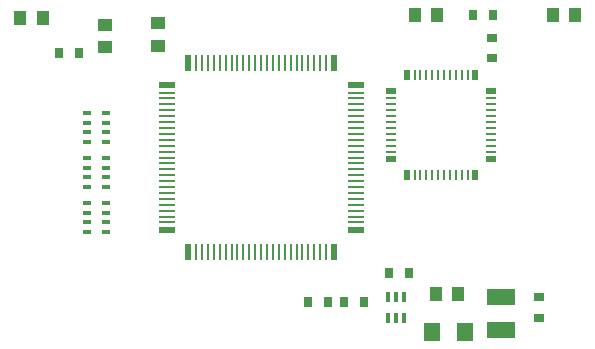
<source format=gtp>
G75*
%MOIN*%
%OFA0B0*%
%FSLAX25Y25*%
%IPPOS*%
%LPD*%
%AMOC8*
5,1,8,0,0,1.08239X$1,22.5*
%
%ADD10R,0.04118X0.04906*%
%ADD11R,0.05299X0.06087*%
%ADD12R,0.09630X0.05299*%
%ADD13R,0.04906X0.04118*%
%ADD14R,0.03150X0.03543*%
%ADD15R,0.03543X0.03150*%
%ADD16R,0.03150X0.01575*%
%ADD17R,0.05402X0.02016*%
%ADD18R,0.05654X0.01008*%
%ADD19R,0.02016X0.05402*%
%ADD20R,0.01008X0.05654*%
%ADD21R,0.03465X0.01890*%
%ADD22R,0.03701X0.00945*%
%ADD23R,0.01890X0.03465*%
%ADD24R,0.00945X0.03701*%
%ADD25R,0.01260X0.03819*%
D10*
X0146760Y0026050D03*
X0154240Y0026050D03*
X0015740Y0118050D03*
X0008260Y0118050D03*
X0139760Y0119050D03*
X0147240Y0119050D03*
X0185760Y0119050D03*
X0193240Y0119050D03*
D11*
X0156512Y0013550D03*
X0145488Y0013550D03*
D12*
X0168500Y0014038D03*
X0168500Y0025062D03*
D13*
X0054000Y0108810D03*
X0054000Y0116290D03*
X0036500Y0115790D03*
X0036500Y0108310D03*
D14*
X0027846Y0106550D03*
X0021154Y0106550D03*
X0131154Y0033050D03*
X0137846Y0033050D03*
X0122846Y0023550D03*
X0116154Y0023550D03*
X0110846Y0023550D03*
X0104154Y0023550D03*
X0159154Y0119050D03*
X0165846Y0119050D03*
D15*
X0165500Y0111396D03*
X0165500Y0104704D03*
X0181000Y0024896D03*
X0181000Y0018204D03*
D16*
X0036650Y0046826D03*
X0036650Y0049975D03*
X0036650Y0053125D03*
X0036650Y0056274D03*
X0036650Y0061826D03*
X0036650Y0064975D03*
X0036650Y0068125D03*
X0036650Y0071274D03*
X0036650Y0076826D03*
X0036650Y0079975D03*
X0036650Y0083125D03*
X0036650Y0086274D03*
X0030350Y0086274D03*
X0030350Y0083125D03*
X0030350Y0079975D03*
X0030350Y0076826D03*
X0030350Y0071274D03*
X0030350Y0068125D03*
X0030350Y0064975D03*
X0030350Y0061826D03*
X0030350Y0056274D03*
X0030350Y0053125D03*
X0030350Y0049975D03*
X0030350Y0046826D03*
D17*
X0057004Y0047298D03*
X0119996Y0047298D03*
X0119996Y0095802D03*
X0057004Y0095802D03*
D18*
X0057004Y0093204D03*
X0057004Y0091235D03*
X0057004Y0089267D03*
X0057004Y0087298D03*
X0057004Y0085330D03*
X0057004Y0083361D03*
X0057004Y0081393D03*
X0057004Y0079424D03*
X0057004Y0077456D03*
X0057004Y0075487D03*
X0057004Y0073519D03*
X0057004Y0071550D03*
X0057004Y0069581D03*
X0057004Y0067613D03*
X0057004Y0065644D03*
X0057004Y0063676D03*
X0057004Y0061707D03*
X0057004Y0059739D03*
X0057004Y0057770D03*
X0057004Y0055802D03*
X0057004Y0053833D03*
X0057004Y0051865D03*
X0057004Y0049896D03*
X0119996Y0049896D03*
X0119996Y0051865D03*
X0119996Y0053833D03*
X0119996Y0055802D03*
X0119996Y0057770D03*
X0119996Y0059739D03*
X0119996Y0061707D03*
X0119996Y0063676D03*
X0119996Y0065644D03*
X0119996Y0067613D03*
X0119996Y0069581D03*
X0119996Y0071550D03*
X0119996Y0073519D03*
X0119996Y0075487D03*
X0119996Y0077456D03*
X0119996Y0079424D03*
X0119996Y0081393D03*
X0119996Y0083361D03*
X0119996Y0085330D03*
X0119996Y0087298D03*
X0119996Y0089267D03*
X0119996Y0091235D03*
X0119996Y0093204D03*
D19*
X0064248Y0040054D03*
X0112752Y0040054D03*
X0112752Y0103046D03*
X0064248Y0103046D03*
D20*
X0066846Y0103046D03*
X0068815Y0103046D03*
X0070783Y0103046D03*
X0072752Y0103046D03*
X0074720Y0103046D03*
X0076689Y0103046D03*
X0078657Y0103046D03*
X0080626Y0103046D03*
X0082594Y0103046D03*
X0084563Y0103046D03*
X0086531Y0103046D03*
X0088500Y0103046D03*
X0090469Y0103046D03*
X0092437Y0103046D03*
X0094406Y0103046D03*
X0096374Y0103046D03*
X0098343Y0103046D03*
X0100311Y0103046D03*
X0102280Y0103046D03*
X0104248Y0103046D03*
X0106217Y0103046D03*
X0108185Y0103046D03*
X0110154Y0103046D03*
X0110154Y0040054D03*
X0108185Y0040054D03*
X0106217Y0040054D03*
X0104248Y0040054D03*
X0102280Y0040054D03*
X0100311Y0040054D03*
X0098343Y0040054D03*
X0096374Y0040054D03*
X0094406Y0040054D03*
X0092437Y0040054D03*
X0090469Y0040054D03*
X0088500Y0040054D03*
X0086531Y0040054D03*
X0084563Y0040054D03*
X0082594Y0040054D03*
X0080626Y0040054D03*
X0078657Y0040054D03*
X0076689Y0040054D03*
X0074720Y0040054D03*
X0072752Y0040054D03*
X0070783Y0040054D03*
X0068815Y0040054D03*
X0066846Y0040054D03*
D21*
X0131768Y0070959D03*
X0165232Y0070959D03*
X0165232Y0093794D03*
X0131768Y0093794D03*
D22*
X0131768Y0091235D03*
X0131768Y0089267D03*
X0131768Y0087298D03*
X0131768Y0085330D03*
X0131768Y0083361D03*
X0131768Y0081393D03*
X0131768Y0079424D03*
X0131768Y0077456D03*
X0131768Y0075487D03*
X0131768Y0073519D03*
X0165232Y0073519D03*
X0165232Y0075487D03*
X0165232Y0077456D03*
X0165232Y0079424D03*
X0165232Y0081393D03*
X0165232Y0083361D03*
X0165232Y0085330D03*
X0165232Y0087298D03*
X0165232Y0089267D03*
X0165232Y0091235D03*
D23*
X0159917Y0099109D03*
X0137083Y0099109D03*
X0137083Y0065644D03*
X0159917Y0065644D03*
D24*
X0157358Y0065644D03*
X0155390Y0065644D03*
X0153421Y0065644D03*
X0151453Y0065644D03*
X0149484Y0065644D03*
X0147516Y0065644D03*
X0145547Y0065644D03*
X0143579Y0065644D03*
X0141610Y0065644D03*
X0139642Y0065644D03*
X0139642Y0099109D03*
X0141610Y0099109D03*
X0143579Y0099109D03*
X0145547Y0099109D03*
X0147516Y0099109D03*
X0149484Y0099109D03*
X0151453Y0099109D03*
X0153421Y0099109D03*
X0155390Y0099109D03*
X0157358Y0099109D03*
D25*
X0136059Y0025192D03*
X0133500Y0025192D03*
X0130941Y0025192D03*
X0130941Y0017908D03*
X0133500Y0017908D03*
X0136059Y0017908D03*
M02*

</source>
